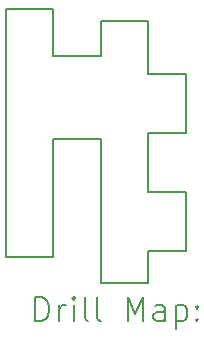
<source format=gbr>
%TF.GenerationSoftware,KiCad,Pcbnew,(6.0.11)*%
%TF.CreationDate,2024-01-05T00:58:55+00:00*%
%TF.ProjectId,Econet_ID_Extender_Bracket,45636f6e-6574-45f4-9944-5f457874656e,rev?*%
%TF.SameCoordinates,Original*%
%TF.FileFunction,Drillmap*%
%TF.FilePolarity,Positive*%
%FSLAX45Y45*%
G04 Gerber Fmt 4.5, Leading zero omitted, Abs format (unit mm)*
G04 Created by KiCad (PCBNEW (6.0.11)) date 2024-01-05 00:58:55*
%MOMM*%
%LPD*%
G01*
G04 APERTURE LIST*
%ADD10C,0.200000*%
G04 APERTURE END LIST*
D10*
X16200000Y-6970000D02*
X16200000Y-7241000D01*
X16200000Y-6970000D02*
X16526000Y-6970000D01*
X15000000Y-4920000D02*
X15400000Y-4920000D01*
X16526000Y-5970000D02*
X16526000Y-5470000D01*
X15000000Y-4920000D02*
X15000000Y-7020000D01*
X16526000Y-6970000D02*
X16526000Y-6470000D01*
X15800000Y-7241000D02*
X15800000Y-6020000D01*
X15800000Y-5320000D02*
X15800000Y-5020000D01*
X16200000Y-6470000D02*
X16526000Y-6470000D01*
X15800000Y-7241000D02*
X16200000Y-7241000D01*
X15400000Y-5320000D02*
X15400000Y-4920000D01*
X15400000Y-7020000D02*
X15400000Y-6020000D01*
X16200000Y-5970000D02*
X16200000Y-6470000D01*
X15000000Y-7020000D02*
X15400000Y-7020000D01*
X16200000Y-5020000D02*
X16200000Y-5470000D01*
X15400000Y-5320000D02*
X15800000Y-5320000D01*
X16200000Y-5470000D02*
X16526000Y-5470000D01*
X15400000Y-6020000D02*
X15800000Y-6020000D01*
X16200000Y-5970000D02*
X16526000Y-5970000D01*
X15800000Y-5020000D02*
X16200000Y-5020000D01*
X15247619Y-7561476D02*
X15247619Y-7361476D01*
X15295238Y-7361476D01*
X15323809Y-7371000D01*
X15342857Y-7390048D01*
X15352381Y-7409095D01*
X15361905Y-7447190D01*
X15361905Y-7475762D01*
X15352381Y-7513857D01*
X15342857Y-7532905D01*
X15323809Y-7551952D01*
X15295238Y-7561476D01*
X15247619Y-7561476D01*
X15447619Y-7561476D02*
X15447619Y-7428143D01*
X15447619Y-7466238D02*
X15457143Y-7447190D01*
X15466667Y-7437667D01*
X15485714Y-7428143D01*
X15504762Y-7428143D01*
X15571428Y-7561476D02*
X15571428Y-7428143D01*
X15571428Y-7361476D02*
X15561905Y-7371000D01*
X15571428Y-7380524D01*
X15580952Y-7371000D01*
X15571428Y-7361476D01*
X15571428Y-7380524D01*
X15695238Y-7561476D02*
X15676190Y-7551952D01*
X15666667Y-7532905D01*
X15666667Y-7361476D01*
X15800000Y-7561476D02*
X15780952Y-7551952D01*
X15771428Y-7532905D01*
X15771428Y-7361476D01*
X16028571Y-7561476D02*
X16028571Y-7361476D01*
X16095238Y-7504333D01*
X16161905Y-7361476D01*
X16161905Y-7561476D01*
X16342857Y-7561476D02*
X16342857Y-7456714D01*
X16333333Y-7437667D01*
X16314286Y-7428143D01*
X16276190Y-7428143D01*
X16257143Y-7437667D01*
X16342857Y-7551952D02*
X16323809Y-7561476D01*
X16276190Y-7561476D01*
X16257143Y-7551952D01*
X16247619Y-7532905D01*
X16247619Y-7513857D01*
X16257143Y-7494809D01*
X16276190Y-7485286D01*
X16323809Y-7485286D01*
X16342857Y-7475762D01*
X16438095Y-7428143D02*
X16438095Y-7628143D01*
X16438095Y-7437667D02*
X16457143Y-7428143D01*
X16495238Y-7428143D01*
X16514286Y-7437667D01*
X16523809Y-7447190D01*
X16533333Y-7466238D01*
X16533333Y-7523381D01*
X16523809Y-7542428D01*
X16514286Y-7551952D01*
X16495238Y-7561476D01*
X16457143Y-7561476D01*
X16438095Y-7551952D01*
X16619048Y-7542428D02*
X16628571Y-7551952D01*
X16619048Y-7561476D01*
X16609524Y-7551952D01*
X16619048Y-7542428D01*
X16619048Y-7561476D01*
X16619048Y-7437667D02*
X16628571Y-7447190D01*
X16619048Y-7456714D01*
X16609524Y-7447190D01*
X16619048Y-7437667D01*
X16619048Y-7456714D01*
M02*

</source>
